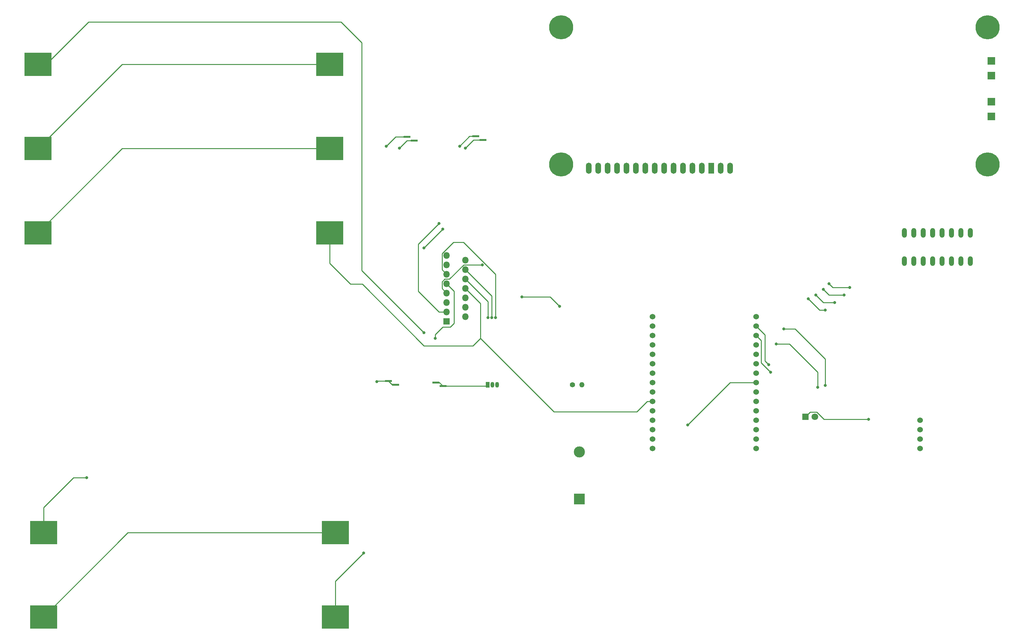
<source format=gbr>
%TF.GenerationSoftware,KiCad,Pcbnew,7.0.2-0*%
%TF.CreationDate,2023-05-03T08:41:48+07:00*%
%TF.ProjectId,robot1,726f626f-7431-42e6-9b69-6361645f7063,rev?*%
%TF.SameCoordinates,Original*%
%TF.FileFunction,Copper,L1,Top*%
%TF.FilePolarity,Positive*%
%FSLAX46Y46*%
G04 Gerber Fmt 4.6, Leading zero omitted, Abs format (unit mm)*
G04 Created by KiCad (PCBNEW 7.0.2-0) date 2023-05-03 08:41:48*
%MOMM*%
%LPD*%
G01*
G04 APERTURE LIST*
%TA.AperFunction,ComponentPad*%
%ADD10O,1.800000X1.800000*%
%TD*%
%TA.AperFunction,ComponentPad*%
%ADD11R,1.800000X1.800000*%
%TD*%
%TA.AperFunction,ComponentPad*%
%ADD12C,1.530000*%
%TD*%
%TA.AperFunction,ComponentPad*%
%ADD13C,6.500000*%
%TD*%
%TA.AperFunction,ComponentPad*%
%ADD14R,1.500000X3.000000*%
%TD*%
%TA.AperFunction,ComponentPad*%
%ADD15O,1.500000X3.000000*%
%TD*%
%TA.AperFunction,ComponentPad*%
%ADD16R,2.000000X2.000000*%
%TD*%
%TA.AperFunction,ComponentPad*%
%ADD17C,1.524000*%
%TD*%
%TA.AperFunction,ComponentPad*%
%ADD18O,1.320800X2.641600*%
%TD*%
%TA.AperFunction,ComponentPad*%
%ADD19C,1.400000*%
%TD*%
%TA.AperFunction,ComponentPad*%
%ADD20O,1.400000X1.400000*%
%TD*%
%TA.AperFunction,ComponentPad*%
%ADD21R,1.050000X1.500000*%
%TD*%
%TA.AperFunction,ComponentPad*%
%ADD22O,1.050000X1.500000*%
%TD*%
%TA.AperFunction,SMDPad,CuDef*%
%ADD23R,1.950000X0.500000*%
%TD*%
%TA.AperFunction,ComponentPad*%
%ADD24C,1.800000*%
%TD*%
%TA.AperFunction,SMDPad,CuDef*%
%ADD25R,7.340000X6.350000*%
%TD*%
%TA.AperFunction,ComponentPad*%
%ADD26R,3.000000X3.000000*%
%TD*%
%TA.AperFunction,ComponentPad*%
%ADD27C,3.000000*%
%TD*%
%TA.AperFunction,ViaPad*%
%ADD28C,0.800000*%
%TD*%
%TA.AperFunction,Conductor*%
%ADD29C,0.250000*%
%TD*%
G04 APERTURE END LIST*
D10*
%TO.P,U6,15,SENSE_B*%
%TO.N,unconnected-(U6-SENSE_B-Pad15)*%
X133096000Y-76200000D03*
%TO.P,U6,14,OUT4*%
%TO.N,Net-(J4-Pin_1)*%
X138176000Y-77470000D03*
%TO.P,U6,13,OUT3*%
%TO.N,Net-(J4-Pin_2)*%
X133096000Y-78740000D03*
%TO.P,U6,12,IN4*%
%TO.N,Net-(U2-RX(DPIO3))*%
X138176000Y-80010000D03*
%TO.P,U6,11,ENB*%
%TO.N,Net-(U2-D8(GPIO15))*%
X133096000Y-81280000D03*
%TO.P,U6,10,IN3*%
%TO.N,Net-(U2-TX(GPIO1))*%
X138176000Y-82550000D03*
%TO.P,U6,9,VSS*%
%TO.N,Net-(U6-VSS)*%
X133096000Y-83820000D03*
%TO.P,U6,8,GND*%
%TO.N,Net-(BT6--)*%
X138176000Y-85090000D03*
%TO.P,U6,7,IN2*%
%TO.N,Net-(U2-D0(GPIO16))*%
X133096000Y-86360000D03*
%TO.P,U6,6,ENA*%
%TO.N,Net-(U2-D6(GPIO12))*%
X138176000Y-87630000D03*
%TO.P,U6,5,IN1*%
%TO.N,Net-(U2-SD3(GPIO10))*%
X133096000Y-88900000D03*
%TO.P,U6,4,VS*%
%TO.N,Net-(BT4-+)*%
X138176000Y-90170000D03*
%TO.P,U6,3,OUT2*%
%TO.N,Net-(J3-Pin_1)*%
X133096000Y-91440000D03*
%TO.P,U6,2,OUT1*%
%TO.N,Net-(J3-Pin_2)*%
X138176000Y-92710000D03*
D11*
%TO.P,U6,1,SENSE_A*%
%TO.N,unconnected-(U6-SENSE_A-Pad1)*%
X133096000Y-93980000D03*
%TD*%
D12*
%TO.P,U4,2,TRIG*%
%TO.N,Net-(U2-D4(GPIO2))*%
X260750000Y-125730000D03*
%TO.P,U4,3,ECHO*%
%TO.N,Net-(U2-D3(GPIO0))*%
X260750000Y-123190000D03*
%TO.P,U4,4,GND*%
%TO.N,Net-(D1-K)*%
X260750000Y-120650000D03*
%TO.P,U4,1,VCC*%
%TO.N,Net-(U4-VCC)*%
X260750000Y-128270000D03*
%TD*%
D13*
%TO.P,U3,*%
%TO.N,*%
X163970000Y-51705000D03*
X163970000Y-14705000D03*
X278970000Y-14705000D03*
X278970000Y-51705000D03*
D14*
%TO.P,U3,1,VSS*%
%TO.N,unconnected-(U3-VSS-Pad1)*%
X204470000Y-52705000D03*
D15*
%TO.P,U3,2,VDD*%
%TO.N,unconnected-(U3-VDD-Pad2)*%
X201930000Y-52705000D03*
%TO.P,U3,3,VO*%
%TO.N,unconnected-(U3-VO-Pad3)*%
X199390000Y-52705000D03*
%TO.P,U3,4,RS*%
%TO.N,Net-(U1-P0)*%
X196850000Y-52705000D03*
%TO.P,U3,5,R/~{W}*%
%TO.N,Net-(U1-P1)*%
X194310000Y-52705000D03*
%TO.P,U3,6,E*%
%TO.N,Net-(U1-P2)*%
X191770000Y-52705000D03*
%TO.P,U3,7,DB0*%
%TO.N,unconnected-(U3-DB0-Pad7)*%
X189230000Y-52705000D03*
%TO.P,U3,8,DB1*%
%TO.N,unconnected-(U3-DB1-Pad8)*%
X186690000Y-52705000D03*
%TO.P,U3,9,DB2*%
%TO.N,unconnected-(U3-DB2-Pad9)*%
X184150000Y-52705000D03*
%TO.P,U3,10,DB3*%
%TO.N,unconnected-(U3-DB3-Pad10)*%
X181610000Y-52705000D03*
%TO.P,U3,11,DB4*%
%TO.N,Net-(U1-P4)*%
X179070000Y-52705000D03*
%TO.P,U3,12,DB5*%
%TO.N,Net-(U1-P5)*%
X176530000Y-52705000D03*
%TO.P,U3,13,DB6*%
%TO.N,Net-(U1-P6)*%
X173990000Y-52705000D03*
%TO.P,U3,14,DB7*%
%TO.N,Net-(U1-P7)*%
X171450000Y-52705000D03*
%TO.P,U3,15,A/VEE*%
%TO.N,unconnected-(U3-A{slash}VEE-Pad15)*%
X207010000Y-52705000D03*
%TO.P,U3,16,K*%
%TO.N,unconnected-(U3-K-Pad16)*%
X209550000Y-52705000D03*
D16*
%TO.P,U3,A1,A1*%
%TO.N,unconnected-(U3-PadA1)*%
X279970000Y-38705000D03*
%TO.P,U3,A2,A2*%
%TO.N,unconnected-(U3-PadA2)*%
X279970000Y-27705000D03*
%TO.P,U3,K1,K1*%
%TO.N,unconnected-(U3-PadK1)*%
X279970000Y-34705000D03*
%TO.P,U3,K2,K2*%
%TO.N,unconnected-(U3-PadK2)*%
X279970000Y-23705000D03*
%TD*%
D17*
%TO.P,U2,1,A0(ADC0)*%
%TO.N,unconnected-(U2-A0(ADC0)-Pad1)*%
X188595000Y-92710000D03*
%TO.P,U2,2,RSV*%
%TO.N,unconnected-(U2-RSV-Pad2)*%
X188595000Y-95250000D03*
%TO.P,U2,3,RSV*%
%TO.N,unconnected-(U2-RSV-Pad3)*%
X188595000Y-97790000D03*
%TO.P,U2,4,SD3(GPIO10)*%
%TO.N,Net-(U2-SD3(GPIO10))*%
X188595000Y-100330000D03*
%TO.P,U2,5,SD2(GPIO9)*%
%TO.N,unconnected-(U2-SD2(GPIO9)-Pad5)*%
X188595000Y-102870000D03*
%TO.P,U2,6,SD1(MOSI)*%
%TO.N,unconnected-(U2-SD1(MOSI)-Pad6)*%
X188595000Y-105410000D03*
%TO.P,U2,7,CMD(CS)*%
%TO.N,unconnected-(U2-CMD(CS)-Pad7)*%
X188595000Y-107950000D03*
%TO.P,U2,8,SDO(MISO)*%
%TO.N,unconnected-(U2-SDO(MISO)-Pad8)*%
X188595000Y-110490000D03*
%TO.P,U2,9,CLK(SCLK)*%
%TO.N,unconnected-(U2-CLK(SCLK)-Pad9)*%
X188595000Y-113030000D03*
%TO.P,U2,10,GND*%
%TO.N,Net-(BT6--)*%
X188595000Y-115570000D03*
%TO.P,U2,11,3.3V*%
%TO.N,Net-(U6-VSS)*%
X188595000Y-118110000D03*
%TO.P,U2,12,EN*%
%TO.N,unconnected-(U2-EN-Pad12)*%
X188595000Y-120650000D03*
%TO.P,U2,13,RST*%
%TO.N,unconnected-(U2-RST-Pad13)*%
X188595000Y-123190000D03*
%TO.P,U2,14,GND*%
%TO.N,Net-(BT1--)*%
X188595000Y-125730000D03*
%TO.P,U2,15,VIN*%
%TO.N,Net-(BT1-+)*%
X188595000Y-128270000D03*
%TO.P,U2,16,3.3V*%
%TO.N,Net-(U4-VCC)*%
X216535000Y-128270000D03*
%TO.P,U2,17,GND*%
%TO.N,Net-(D1-K)*%
X216535000Y-125730000D03*
%TO.P,U2,18,TX(GPIO1)*%
%TO.N,Net-(U2-TX(GPIO1))*%
X216535000Y-123190000D03*
%TO.P,U2,19,RX(DPIO3)*%
%TO.N,Net-(U2-RX(DPIO3))*%
X216535000Y-120650000D03*
%TO.P,U2,20,D8(GPIO15)*%
%TO.N,Net-(U2-D8(GPIO15))*%
X216535000Y-118110000D03*
%TO.P,U2,21,D7(GPIO13)*%
%TO.N,Net-(D1-A)*%
X216535000Y-115570000D03*
%TO.P,U2,22,D6(GPIO12)*%
%TO.N,Net-(U2-D6(GPIO12))*%
X216535000Y-113030000D03*
%TO.P,U2,23,D5(GPIO14)*%
%TO.N,Net-(U2-D5(GPIO14))*%
X216535000Y-110490000D03*
%TO.P,U2,24,GND*%
%TO.N,Net-(U1-A0)*%
X216535000Y-107950000D03*
%TO.P,U2,25,3.3V*%
%TO.N,Net-(U1-VDD)*%
X216535000Y-105410000D03*
%TO.P,U2,26,D4(GPIO2)*%
%TO.N,Net-(U2-D4(GPIO2))*%
X216535000Y-102870000D03*
%TO.P,U2,27,D3(GPIO0)*%
%TO.N,Net-(U2-D3(GPIO0))*%
X216535000Y-100330000D03*
%TO.P,U2,28,D2(GPIO4)*%
%TO.N,Net-(U1-SDA)*%
X216535000Y-97790000D03*
%TO.P,U2,29,D1(GPIO5)*%
%TO.N,Net-(U1-SCL)*%
X216535000Y-95250000D03*
%TO.P,U2,30,D0(GPIO16)*%
%TO.N,Net-(U2-D0(GPIO16))*%
X216535000Y-92710000D03*
%TD*%
D18*
%TO.P,U1,1,A0*%
%TO.N,Net-(U1-A0)*%
X274320000Y-70104000D03*
%TO.P,U1,2,A1*%
X271780000Y-70104000D03*
%TO.P,U1,3,A2*%
X269240000Y-70104000D03*
%TO.P,U1,4,P0*%
%TO.N,Net-(U1-P0)*%
X266700000Y-70104000D03*
%TO.P,U1,5,P1*%
%TO.N,Net-(U1-P1)*%
X264160000Y-70104000D03*
%TO.P,U1,6,P2*%
%TO.N,Net-(U1-P2)*%
X261620000Y-70104000D03*
%TO.P,U1,7,P3*%
%TO.N,unconnected-(U1-P3-Pad7)*%
X259080000Y-70104000D03*
%TO.P,U1,8,VSS*%
%TO.N,unconnected-(U1-VSS-Pad8)*%
X256540000Y-70104000D03*
%TO.P,U1,9,P4*%
%TO.N,Net-(U1-P4)*%
X256540000Y-77724000D03*
%TO.P,U1,10,P5*%
%TO.N,Net-(U1-P5)*%
X259080000Y-77724000D03*
%TO.P,U1,11,P6*%
%TO.N,Net-(U1-P6)*%
X261620000Y-77724000D03*
%TO.P,U1,12,P7*%
%TO.N,Net-(U1-P7)*%
X264160000Y-77724000D03*
%TO.P,U1,13,~{INT}*%
%TO.N,unconnected-(U1-~{INT}-Pad13)*%
X266700000Y-77724000D03*
%TO.P,U1,14,SCL*%
%TO.N,Net-(U1-SCL)*%
X269240000Y-77724000D03*
%TO.P,U1,15,SDA*%
%TO.N,Net-(U1-SDA)*%
X271780000Y-77724000D03*
%TO.P,U1,16,VDD*%
%TO.N,Net-(U1-VDD)*%
X274320000Y-77724000D03*
%TD*%
D19*
%TO.P,R1,1*%
%TO.N,Net-(U2-D5(GPIO14))*%
X167005000Y-111125000D03*
D20*
%TO.P,R1,2*%
%TO.N,Net-(Q1-B)*%
X169545000Y-111125000D03*
%TD*%
D21*
%TO.P,Q1,1,C*%
%TO.N,Net-(J2-Pin_1)*%
X144145000Y-111125000D03*
D22*
%TO.P,Q1,2,B*%
%TO.N,Net-(Q1-B)*%
X145415000Y-111125000D03*
%TO.P,Q1,3,E*%
%TO.N,Net-(BT3--)*%
X146685000Y-111125000D03*
%TD*%
D23*
%TO.P,J4,1,Pin_1*%
%TO.N,Net-(J4-Pin_1)*%
X124378000Y-45212000D03*
%TO.P,J4,2,Pin_2*%
%TO.N,Net-(J4-Pin_2)*%
X122428000Y-44212000D03*
%TD*%
%TO.P,J3,1,Pin_1*%
%TO.N,Net-(J3-Pin_1)*%
X140925000Y-44085000D03*
%TO.P,J3,2,Pin_2*%
%TO.N,Net-(J3-Pin_2)*%
X142875000Y-45085000D03*
%TD*%
%TO.P,J2,1,Pin_1*%
%TO.N,Net-(J2-Pin_1)*%
X130175000Y-110490000D03*
%TO.P,J2,2,Pin_2*%
X132125000Y-111490000D03*
%TD*%
%TO.P,J1,1,Pin_1*%
%TO.N,Net-(BT2-+)*%
X117430000Y-110125000D03*
%TO.P,J1,2,Pin_2*%
X119380000Y-111125000D03*
%TD*%
D11*
%TO.P,D1,1,K*%
%TO.N,Net-(D1-K)*%
X229890000Y-119730000D03*
D24*
%TO.P,D1,2,A*%
%TO.N,Net-(D1-A)*%
X232430000Y-119730000D03*
%TD*%
D25*
%TO.P,BT6,1,+*%
%TO.N,Net-(BT5--)*%
X22940000Y-70104000D03*
%TO.P,BT6,2,-*%
%TO.N,Net-(BT6--)*%
X101600000Y-70104000D03*
%TD*%
%TO.P,BT5,1,+*%
%TO.N,Net-(BT4--)*%
X22940000Y-47394000D03*
%TO.P,BT5,2,-*%
%TO.N,Net-(BT5--)*%
X101600000Y-47394000D03*
%TD*%
%TO.P,BT4,1,+*%
%TO.N,Net-(BT4-+)*%
X22940000Y-24684000D03*
%TO.P,BT4,2,-*%
%TO.N,Net-(BT4--)*%
X101600000Y-24684000D03*
%TD*%
%TO.P,BT3,2,-*%
%TO.N,Net-(BT3--)*%
X103124000Y-173736000D03*
%TO.P,BT3,1,+*%
%TO.N,Net-(BT2--)*%
X24464000Y-173736000D03*
%TD*%
%TO.P,BT2,1,+*%
%TO.N,Net-(BT2-+)*%
X24464000Y-151026000D03*
%TO.P,BT2,2,-*%
%TO.N,Net-(BT2--)*%
X103124000Y-151026000D03*
%TD*%
D26*
%TO.P,BT1,1,+*%
%TO.N,Net-(BT1-+)*%
X168910000Y-141910000D03*
D27*
%TO.P,BT1,2,-*%
%TO.N,Net-(BT1--)*%
X168910000Y-129210000D03*
%TD*%
D28*
%TO.N,Net-(U2-D6(GPIO12))*%
X153416000Y-87376000D03*
X163576000Y-89916000D03*
%TO.N,Net-(U2-D8(GPIO15))*%
X146304000Y-92964000D03*
%TO.N,Net-(U2-D4(GPIO2))*%
X233172000Y-111760000D03*
%TO.N,Net-(U2-D3(GPIO0))*%
X235204000Y-111252000D03*
%TO.N,Net-(U2-D4(GPIO2))*%
X221996000Y-100076000D03*
%TO.N,Net-(U2-D3(GPIO0))*%
X224028000Y-96012000D03*
%TO.N,Net-(U2-D0(GPIO16))*%
X142748000Y-78740000D03*
%TO.N,Net-(U2-RX(DPIO3))*%
X145288000Y-92964000D03*
%TO.N,Net-(U2-TX(GPIO1))*%
X144272000Y-92964000D03*
%TO.N,Net-(U6-VSS)*%
X130048000Y-98552000D03*
%TO.N,Net-(U2-D5(GPIO14))*%
X198120000Y-121920000D03*
%TO.N,Net-(J3-Pin_2)*%
X127000000Y-74168000D03*
X132080000Y-69088000D03*
%TO.N,Net-(J3-Pin_1)*%
X131064000Y-67564000D03*
%TO.N,Net-(J3-Pin_2)*%
X138176000Y-47244000D03*
%TO.N,Net-(J3-Pin_1)*%
X136652000Y-46736000D03*
%TO.N,Net-(J4-Pin_1)*%
X120396000Y-47244000D03*
%TO.N,Net-(J4-Pin_2)*%
X116840000Y-46736000D03*
%TO.N,Net-(BT4-+)*%
X127000000Y-97028000D03*
%TO.N,Net-(BT2-+)*%
X114300000Y-110236000D03*
X36068000Y-136144000D03*
%TO.N,Net-(BT3--)*%
X110744000Y-156464000D03*
%TO.N,Net-(D1-K)*%
X246888000Y-120396000D03*
%TO.N,Net-(U1-P4)*%
X236220000Y-83820000D03*
%TO.N,Net-(U1-P5)*%
X234696000Y-85344000D03*
%TO.N,Net-(U1-P6)*%
X232664000Y-86868000D03*
%TO.N,Net-(U1-P7)*%
X230632000Y-87884000D03*
X235204000Y-90932000D03*
%TO.N,Net-(U1-P6)*%
X237744000Y-88900000D03*
%TO.N,Net-(U1-P5)*%
X240284000Y-86868000D03*
%TO.N,Net-(U1-P4)*%
X241808000Y-84836000D03*
%TO.N,Net-(U1-SDA)*%
X220472000Y-107696000D03*
%TO.N,Net-(U1-SCL)*%
X219964000Y-105664000D03*
%TD*%
D29*
%TO.N,Net-(U2-D6(GPIO12))*%
X161036000Y-87376000D02*
X153416000Y-87376000D01*
X163576000Y-89916000D02*
X161036000Y-87376000D01*
%TO.N,Net-(U2-D8(GPIO15))*%
X146304000Y-92964000D02*
X146304000Y-81270695D01*
X146304000Y-81270695D02*
X137677305Y-72644000D01*
X137677305Y-72644000D02*
X134919588Y-72644000D01*
X134919588Y-72644000D02*
X131871000Y-75692588D01*
X131871000Y-75692588D02*
X131871000Y-80055000D01*
X131871000Y-80055000D02*
X133096000Y-81280000D01*
%TO.N,Net-(U2-D4(GPIO2))*%
X221996000Y-100076000D02*
X225552000Y-100076000D01*
X233172000Y-107696000D02*
X233172000Y-111760000D01*
X225552000Y-100076000D02*
X233172000Y-107696000D01*
%TO.N,Net-(U2-D3(GPIO0))*%
X224028000Y-96012000D02*
X227076000Y-96012000D01*
X227076000Y-96012000D02*
X235204000Y-104140000D01*
X235204000Y-104140000D02*
X235204000Y-111252000D01*
%TO.N,Net-(U2-D0(GPIO16))*%
X131871000Y-83312588D02*
X132588588Y-82595000D01*
X137713588Y-78740000D02*
X142748000Y-78740000D01*
X133858588Y-82595000D02*
X137713588Y-78740000D01*
X132588588Y-82595000D02*
X133858588Y-82595000D01*
X131871000Y-85135000D02*
X131871000Y-83312588D01*
X133096000Y-86360000D02*
X131871000Y-85135000D01*
%TO.N,Net-(U2-RX(DPIO3))*%
X145288000Y-92964000D02*
X145288000Y-87122000D01*
X145288000Y-87122000D02*
X138176000Y-80010000D01*
%TO.N,Net-(U2-TX(GPIO1))*%
X144272000Y-92964000D02*
X144272000Y-88646000D01*
X144272000Y-88646000D02*
X138176000Y-82550000D01*
%TO.N,Net-(U6-VSS)*%
X130048000Y-98552000D02*
X130048000Y-97536000D01*
X134112000Y-95504000D02*
X135128000Y-94488000D01*
X130048000Y-97536000D02*
X132080000Y-95504000D01*
X132080000Y-95504000D02*
X134112000Y-95504000D01*
X135128000Y-94488000D02*
X135128000Y-85852000D01*
X135128000Y-85852000D02*
X133096000Y-83820000D01*
%TO.N,Net-(BT6--)*%
X142240000Y-98552000D02*
X162052000Y-118364000D01*
X162052000Y-118364000D02*
X184404000Y-118364000D01*
X184404000Y-118364000D02*
X187198000Y-115570000D01*
X187198000Y-115570000D02*
X188595000Y-115570000D01*
%TO.N,Net-(U2-D5(GPIO14))*%
X198120000Y-121920000D02*
X209550000Y-110490000D01*
X209550000Y-110490000D02*
X216535000Y-110490000D01*
%TO.N,Net-(J3-Pin_1)*%
X131064000Y-67564000D02*
X125476000Y-73152000D01*
X131064000Y-91440000D02*
X133096000Y-91440000D01*
X125476000Y-73152000D02*
X125476000Y-85852000D01*
X125476000Y-85852000D02*
X131064000Y-91440000D01*
%TO.N,Net-(J3-Pin_2)*%
X132080000Y-69088000D02*
X127000000Y-74168000D01*
X140335000Y-45085000D02*
X138176000Y-47244000D01*
X142875000Y-45085000D02*
X140335000Y-45085000D01*
%TO.N,Net-(J3-Pin_1)*%
X139303000Y-44085000D02*
X136652000Y-46736000D01*
X140925000Y-44085000D02*
X139303000Y-44085000D01*
%TO.N,Net-(J4-Pin_1)*%
X122428000Y-45212000D02*
X120396000Y-47244000D01*
X124378000Y-45212000D02*
X122428000Y-45212000D01*
%TO.N,Net-(J4-Pin_2)*%
X119364000Y-44212000D02*
X116840000Y-46736000D01*
X122428000Y-44212000D02*
X119364000Y-44212000D01*
%TO.N,Net-(BT6--)*%
X107188000Y-83948396D02*
X110364396Y-83948396D01*
X140208000Y-100584000D02*
X142240000Y-98552000D01*
X142240000Y-98552000D02*
X142240000Y-89154000D01*
X127000000Y-100584000D02*
X140208000Y-100584000D01*
X110364396Y-83948396D02*
X127000000Y-100584000D01*
X142240000Y-89154000D02*
X138176000Y-85090000D01*
%TO.N,Net-(BT4-+)*%
X22940000Y-24684000D02*
X25100000Y-24684000D01*
X25100000Y-24684000D02*
X36576000Y-13208000D01*
X110236000Y-80264000D02*
X127000000Y-97028000D01*
X36576000Y-13208000D02*
X104648000Y-13208000D01*
X104648000Y-13208000D02*
X110236000Y-18796000D01*
X110236000Y-18796000D02*
X110236000Y-80264000D01*
%TO.N,Net-(BT6--)*%
X101600000Y-78360396D02*
X107188000Y-83948396D01*
X101600000Y-70104000D02*
X101600000Y-78360396D01*
%TO.N,Net-(BT5--)*%
X101600000Y-47394000D02*
X45650000Y-47394000D01*
X45650000Y-47394000D02*
X22940000Y-70104000D01*
%TO.N,Net-(BT4--)*%
X101600000Y-24684000D02*
X45650000Y-24684000D01*
X45650000Y-24684000D02*
X22940000Y-47394000D01*
%TO.N,Net-(J2-Pin_1)*%
X132125000Y-111490000D02*
X143780000Y-111490000D01*
X143780000Y-111490000D02*
X144145000Y-111125000D01*
X130175000Y-110490000D02*
X131125000Y-110490000D01*
X131125000Y-110490000D02*
X132125000Y-111490000D01*
%TO.N,Net-(BT2-+)*%
X114411000Y-110125000D02*
X114300000Y-110236000D01*
X117430000Y-110125000D02*
X114411000Y-110125000D01*
X119380000Y-111125000D02*
X118430000Y-111125000D01*
X118430000Y-111125000D02*
X117430000Y-110125000D01*
X32525685Y-136144000D02*
X36068000Y-136144000D01*
X24464000Y-144205685D02*
X32525685Y-136144000D01*
X24464000Y-151026000D02*
X24464000Y-144205685D01*
%TO.N,Net-(BT2--)*%
X103124000Y-151026000D02*
X47174000Y-151026000D01*
X47174000Y-151026000D02*
X24464000Y-173736000D01*
%TO.N,Net-(BT3--)*%
X103124000Y-164084000D02*
X110744000Y-156464000D01*
X103124000Y-173736000D02*
X103124000Y-164084000D01*
%TO.N,Net-(D1-K)*%
X246888000Y-120396000D02*
X234828412Y-120396000D01*
X234828412Y-120396000D02*
X232937412Y-118505000D01*
X232937412Y-118505000D02*
X231115000Y-118505000D01*
X231115000Y-118505000D02*
X229890000Y-119730000D01*
%TO.N,Net-(U1-P4)*%
X237236000Y-84836000D02*
X236220000Y-83820000D01*
X238252000Y-84836000D02*
X237236000Y-84836000D01*
X241808000Y-84836000D02*
X238252000Y-84836000D01*
%TO.N,Net-(U1-P5)*%
X235712000Y-86360000D02*
X234696000Y-85344000D01*
X240284000Y-86868000D02*
X236220000Y-86868000D01*
X236220000Y-86868000D02*
X235712000Y-86360000D01*
%TO.N,Net-(U1-P6)*%
X234696000Y-88900000D02*
X232664000Y-86868000D01*
X237744000Y-88900000D02*
X234696000Y-88900000D01*
%TO.N,Net-(U1-P7)*%
X233680000Y-90932000D02*
X230632000Y-87884000D01*
X235204000Y-90932000D02*
X233680000Y-90932000D01*
%TO.N,Net-(U1-SDA)*%
X217932000Y-105156000D02*
X220472000Y-107696000D01*
X217932000Y-99187000D02*
X217932000Y-105156000D01*
X216535000Y-97790000D02*
X217932000Y-99187000D01*
%TO.N,Net-(U1-SCL)*%
X218948000Y-97663000D02*
X216535000Y-95250000D01*
X218948000Y-104648000D02*
X218948000Y-97663000D01*
X219964000Y-105664000D02*
X218948000Y-104648000D01*
%TD*%
M02*

</source>
